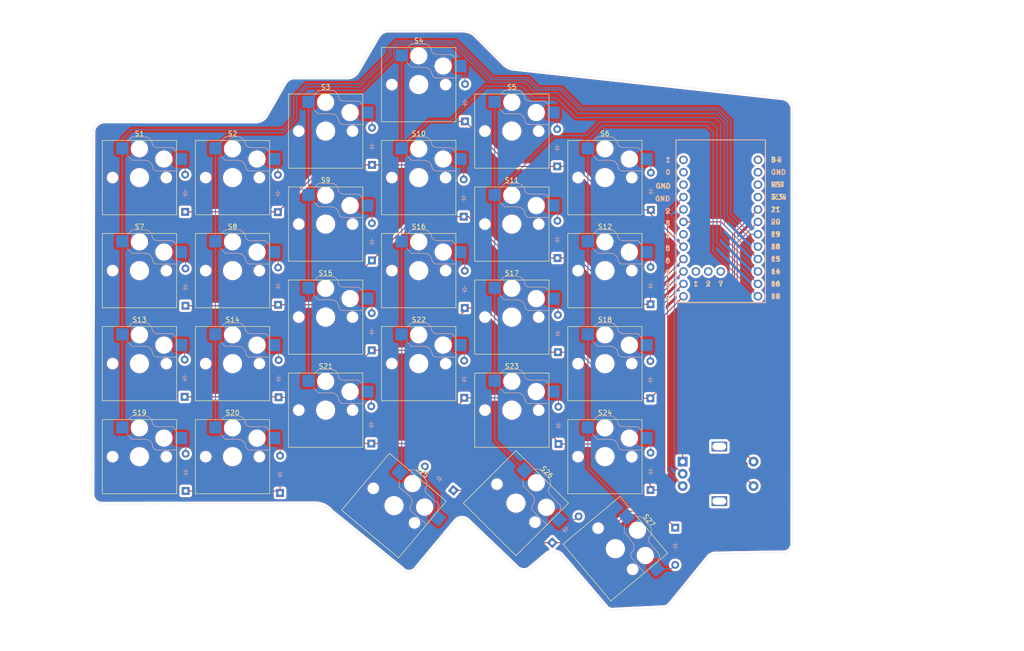
<source format=kicad_pcb>
(kicad_pcb (version 20240108) (generator "pcbnew") (generator_version "8.0")
  (layers (0 "F.Cu" signal) (31 "B.Cu" signal) (34 "B.Paste" user) (35 "F.Paste" user) (36 "B.SilkS" user "B.Silkscreen") (37 "F.SilkS" user "F.Silkscreen") (38 "B.Mask" user) (39 "F.Mask" user) (44 "Edge.Cuts" user))
  (net 0 "")
  (net 1 "Net-(D1-A)")
  (net 2 "Row 0")
  (net 3 "Net-(D2-A)")
  (net 4 "Net-(D3-A)")
  (net 5 "Net-(D4-A)")
  (net 6 "Net-(D5-A)")
  (net 7 "Net-(D6-A)")
  (net 8 "Row 1")
  (net 9 "Net-(D7-A)")
  (net 10 "Net-(D8-A)")
  (net 11 "Net-(D9-A)")
  (net 12 "Net-(D10-A)")
  (net 13 "Net-(D11-A)")
  (net 14 "Net-(D12-A)")
  (net 15 "Net-(D13-A)")
  (net 16 "Row 2")
  (net 17 "Net-(D14-A)")
  (net 18 "Net-(D15-A)")
  (net 19 "Net-(D16-A)")
  (net 20 "Net-(D17-A)")
  (net 21 "Net-(D18-A)")
  (net 22 "Net-(D19-A)")
  (net 23 "Row 3")
  (net 24 "Net-(D20-A)")
  (net 25 "Net-(D21-A)")
  (net 26 "Net-(D22-A)")
  (net 27 "Net-(D23-A)")
  (net 28 "Net-(D24-A)")
  (net 29 "Net-(D25-A)")
  (net 30 "Row 4")
  (net 31 "Net-(D26-A)")
  (net 32 "Net-(D27-A)")
  (net 33 "Column 0")
  (net 34 "Column 1")
  (net 35 "Column 2")
  (net 36 "Column 3")
  (net 37 "Column 4")
  (net 38 "Column 5")
  (net 42 "Row 5")
  (net 44 "Row 8")
  (net 46 "Row 7")
  (net 47 "Row 9")
  (net 52 "Row 6")
  (footprint "ScottoKeebs_Hotswap:Hotswap_Choc_V1" (layer "F.Cu") (at 132.225 96.24)
    (property "Reference" "S17")
    (property "Value" "Keyswitch")
  )
  (footprint "ScottoKeebs_Hotswap:Hotswap_Choc_V1" (layer "F.Cu") (at 94.125 115.29)
    (property "Reference" "S21")
    (property "Value" "Keyswitch")
  )
  (footprint "ScottoKeebs_Hotswap:Hotswap_Choc_V1" (layer "F.Cu") (at 151.275 105.765)
    (property "Reference" "S18")
    (property "Value" "Keyswitch")
  )
  (footprint "ScottoKeebs_Hotswap:Hotswap_Choc_V1" (layer "F.Cu") (at 151.275 124.815)
    (property "Reference" "S24")
    (property "Value" "Keyswitch")
  )
  (footprint "ScottoKeebs_Hotswap:Hotswap_Choc_V1" (layer "F.Cu") (at 75.075 105.765)
    (property "Reference" "S14")
    (property "Value" "Keyswitch")
  )
  (footprint "ScottoKeebs_Hotswap:Hotswap_Choc_V1" (layer "F.Cu") (at 75.075 67.665)
    (property "Reference" "S2")
    (property "Value" "Keyswitch")
  )
  (footprint "ScottoKeebs_Hotswap:Hotswap_Choc_V1" (layer "F.Cu") (at 133.066848 134.338092 -45)
    (property "Reference" "S26")
    (property "Value" "Keyswitch")
  )
  (footprint "ScottoKeebs_Hotswap:Hotswap_Choc_V1" (layer "F.Cu") (at 132.225 77.19)
    (property "Reference" "S11")
    (property "Value" "Keyswitch")
  )
  (footprint "ScottoKeebs_Hotswap:Hotswap_Choc_V1" (layer "F.Cu") (at 151.275 86.715)
    (property "Reference" "S12")
    (property "Value" "Keyswitch")
  )
  (footprint "ScottoKeebs_Hotswap:Hotswap_Choc_V1" (layer "F.Cu") (at 94.125 96.24)
    (property "Reference" "S15")
    (property "Value" "Keyswitch")
  )
  (footprint "ScottoKeebs_Hotswap:Hotswap_Choc_V1" (layer "F.Cu") (at 151.275 67.665)
    (property "Reference" "S6")
    (property "Value" "Keyswitch")
  )
  (footprint "ScottoKeebs_Hotswap:Hotswap_Choc_V1" (layer "F.Cu") (at 56.025 86.715)
    (property "Reference" "S7")
    (property "Value" "Keyswitch")
  )
  (footprint "ScottoKeebs_Hotswap:Hotswap_Choc_V1" (layer "F.Cu") (at 113.175 105.765)
    (property "Reference" "S22")
    (property "Value" "Keyswitch")
  )
  (footprint "ScottoKeebs_Scotto:Encoder_EC11_MX" (layer "F.Cu") (at 174.688049 128.32973)
    (property "Reference" "SW1" (hide yes))
    (property "Value" "RotaryEncoder_Switch" (hide yes))
  )
  (footprint "ScottoKeebs_Hotswap:Hotswap_Choc_V1" (layer "F.Cu") (at 75.075 124.815)
    (property "Reference" "S20")
    (property "Value" "Keyswitch")
  )
  (footprint "ScottoKeebs_Hotswap:Hotswap_Choc_V1" (layer "F.Cu") (at 153.414235 143.667714 -50)
    (property "Reference" "S27")
    (property "Value" "Keyswitch")
  )
  (footprint "ScottoKeebs_Hotswap:Hotswap_Choc_V1" (layer "F.Cu") (at 75.075 86.715)
    (property "Reference" "S8")
    (property "Value" "Keyswitch")
  )
  (footprint "ScottoKeebs_Hotswap:Hotswap_Choc_V1" (layer "F.Cu") (at 94.125 77.19)
    (property "Reference" "S9")
    (property "Value" "Keyswitch")
  )
  (footprint "ScottoKeebs_Hotswap:Hotswap_Choc_V1" (layer "F.Cu") (at 113.175 48.615)
    (property "Reference" "S4")
    (property "Value" "Keyswitch")
  )
  (footprint "ScottoKeebs_Hotswap:Hotswap_Choc_V1" (layer "F.Cu") (at 113.175 86.715)
    (property "Reference" "S16")
    (property "Value" "Keyswitch")
  )
  (footprint "ScottoKeebs_Hotswap:Hotswap_Choc_V1" (layer "F.Cu") (at 56.025 67.665)
    (property "Reference" "S1")
    (property "Value" "Keyswitch")
  )
  (footprint "ScottoKeebs_Hotswap:Hotswap_Choc_V1" (layer "F.Cu") (at 113.175 67.665)
    (property "Reference" "S10")
    (property "Value" "Keyswitch")
  )
  (footprint "ScottoKeebs_Hotswap:Hotswap_Choc_V1" (layer "F.Cu") (at 94.125 58.14)
    (property "Reference" "S3")
    (property "Value" "Keyswitch")
  )
  (footprint "ScottoKeebs_Hotswap:Hotswap_Choc_V1" (layer "F.Cu") (at 132.225 58.14)
    (property "Reference" "S5")
    (property "Value" "Keyswitch")
  )
  (footprint "ScottoKeebs_Hotswap:Hotswap_Choc_V1" (layer "F.Cu") (at 108.105862 134.840992 -40)
    (property "Reference" "S25")
    (property "Value" "Keyswitch")
  )
  (footprint "ScottoKeebs_MCU:Nice_Nano_V2" (layer "F.Cu") (at 174.970277 77.719099)
    (property "Reference" "U1" (hide yes))
    (property "Value" "Nice_Nano_V2" (hide yes))
  )
  (footprint "ScottoKeebs_Hotswap:Hotswap_Choc_V1" (layer "F.Cu") (at 56.025 105.765)
    (property "Reference" "S13")
    (property "Value" "Keyswitch")
  )
  (footprint "ScottoKeebs_Hotswap:Hotswap_Choc_V1" (layer "F.Cu") (at 132.225 115.29)
    (property "Reference" "S23")
    (property "Value" "Keyswitch")
  )
  (footprint "ScottoKeebs_Hotswap:Hotswap_Choc_V1" (layer "F.Cu") (at 56.025 124.815)
    (property "Reference" "S19")
    (property "Value" "Keyswitch")
  )
  (footprint "ScottoKeebs_Components:Diode_DO-35" (layer "B.Cu") (at 84.39897 93.698403 90)
    (property "Reference" "D8" (hide yes))
    (property "Value" "Diode" (hide yes))
  )
  (footprint "ScottoKeebs_Components:Diode_DO-35" (layer "B.Cu") (at 141.506785 65.370328 90)
    (property "Reference" "D5" (hide yes))
    (property "Value" "Diode" (hide yes))
  )
  (footprint "ScottoKeebs_Components:Diode_DO-35" (layer "B.Cu") (at 65.432394 93.901798 90)
    (property "Reference" "D7" (hide yes))
    (property "Value" "Diode" (hide yes))
  )
  (footprint "ScottoKeebs_Components:Diode_DO-35" (layer "B.Cu") (at 103.595513 84.636563 90)
    (property "Reference" "D9" (hide yes))
    (property "Value" "Diode" (hide yes))
  )
  (footprint "ScottoKeebs_Components:Diode_DO-35" (layer "B.Cu") (at 122.484668 112.766677 90)
    (property "Reference" "D22" (hide yes))
    (property "Value" "Diode" (hide yes))
  )
  (footprint "ScottoKeebs_Components:Diode_DO-35" (layer "B.Cu") (at 122.600486 94.373019 90)
    (property "Reference" "D16" (hide yes))
    (property "Value" "Diode" (hide yes))
  )
  (footprint "ScottoKeebs_Components:Diode_DO-35" (layer "B.Cu") (at 160.621215 93.596706 90)
    (property "Reference" "D12" (hide yes))
    (property "Value" "Diode" (hide yes))
  )
  (footprint "ScottoKeebs_Components:Diode_DO-35" (layer "B.Cu") (at 103.561975 103.050715 90)
    (property "Reference" "D15" (hide yes))
    (property "Value" "Diode" (hide yes))
  )
  (footprint "ScottoKeebs_Components:Diode_DO-35" (layer "B.Cu") (at 103.467243 122.122843 90)
    (property "Reference" "D21" (hide yes))
    (property "Value" "Diode" (hide yes))
  )
  (footprint "ScottoKeebs_Components:Diode_DO-35" (layer "B.Cu") (at 122.657484 56.136267 90)
    (property "Reference" "D4" (hide yes))
    (property "Value" "Diode" (hide yes))
  )
  (footprint "ScottoKeebs_Components:Diode_DO-35" (layer "B.Cu") (at 65.381545 74.680978 90)
    (property "Reference" "D1" (hide yes))
    (property "Value" "Diode" (hide yes))
  )
  (footprint "ScottoKeebs_Components:Diode_DO-35" (layer "B.Cu") (at 160.621215 131.631556 90)
    (property "Reference" "D24" (hide yes))
    (property "Value" "Diode" (hide yes))
  )
  (footprint "ScottoKeebs_Components:Diode_DO-35" (layer "B.Cu") (at 160.677508 74.276814 90)
    (property "Reference" "D6" (hide yes))
    (property "Value" "Diode" (hide yes))
  )
  (footprint "ScottoKeebs_Components:Diode_DO-35" (layer "B.Cu") (at 141.654639 103.410511 90)
    (property "Reference" "D17" (hide yes))
    (property "Value" "Diode" (hide yes))
  )
  (footprint "ScottoKeebs_Components:Diode_DO-35" (layer "B.Cu") (at 122.388485 75.656104 90)
    (property "Reference" "D10" (hide yes))
    (property "Value" "Diode" (hide yes))
  )
  (footprint "ScottoKeebs_Components:Diode_DO-35" (layer "B.Cu") (at 65.279847 112.563282 90)
    (property "Reference" "D13" (hide yes))
    (property "Value" "Diode" (hide yes))
  )
  (footprint "ScottoKeebs_Components:Diode_DO-35" (layer "B.Cu") (at 160.570367 112.868374 90)
    (property "Reference" "D18" (hide yes))
    (property "Value" "Diode" (hide yes))
  )
  (footprint "ScottoKeebs_Components:Diode_DO-35" (layer "B.Cu") (at 84.348121 74.731827 90)
    (property "Reference" "D2" (hide yes))
    (property "Value" "Diode" (hide yes))
  )
  (footprint "ScottoKeebs_Components:Diode_DO-35" (layer "B.Cu") (at 141.756337 122.224541 90)
    (property "Reference" "D23" (hide yes))
    (property "Value" "Diode" (hide yes))
  )
  (footprint "ScottoKeebs_Components:Diode_DO-35" (layer "B.Cu") (at 103.619789 65.070569 90)
    (property "Reference" "D3" (hide yes))
    (property "Value" "Diode" (hide yes))
  )
  (footprint "ScottoKeebs_Components:Diode_DO-35" (layer "B.Cu") (at 120.274073 131.712749 140)
    (property "Reference" "D25" (hide yes))
    (property "Value" "Diode" (hide yes))
  )
  (footprint "ScottoKeebs_Components:Diode_DO-35" (layer "B.Cu") (at 84.802541 132.245426 90)
    (property "Reference" "D20" (hide yes))
    (property "Value" "Diode" (hide yes))
  )
  (footprint "ScottoKeebs_Components:Diode_DO-35" (layer "B.Cu") (at 165.667551 139.352551 -90)
    (property "Reference" "D27" (hide yes))
    (property "Value" "Diode" (hide yes))
  )
  (footprint "ScottoKeebs_Components:Diode_DO-35" (layer "B.Cu") (at 65.483242 131.834951 90)
    (property "Reference" "D19" (hide yes))
    (property "Value" "Diode" (hide yes))
  )
  (footprint "ScottoKeebs_Components:Diode_DO-35" (layer "B.Cu") (at 84.500667 112.664979 90)
    (property "Reference" "D14" (hide yes))
    (property "Value" "Diode" (hide yes))
  )
  (footprint "ScottoKeebs_Components:Diode_DO-35" (layer "B.Cu") (at 141.552942 84.138842 90)
    (property "Reference" "D11" (hide yes))
    (property "Value" "Diode" (hide yes))
  )
  (footprint "ScottoKeebs_Components:Diode_DO-35" (layer "B.Cu") (at 140.508449 142.439056 45)
    (property "Reference" "D26" (hide yes))
    (property "Value" "Diode" (hide yes))
  )
  (gr_line (start 88.086177 47.066219) (end 98.227341 47.085248) (stroke (width 0.05)) (layer "Edge.Cuts"))
  (gr_arc (start 91.966791 134.450497) (mid 93.794952 134.878495) (end 95.271178 136.038716) (stroke (width 0.05)) (layer "Edge.Cuts"))
  (gr_line (start 135.950751 147.688509) (end 139.42527 144.754103) (stroke (width 0.05)) (layer "Edge.Cuts"))
  (gr_arc (start 122.000412 37.4716) (mid 123.367837 37.654739) (end 124.604062 38.267224) (stroke (width 0.05)) (layer "Edge.Cuts"))
  (gr_arc (start 48.317042 134.542186) (mid 46.901655 133.95351) (end 46.313195 132.538033) (stroke (width 0.05)) (layer "Edge.Cuts"))
  (gr_line (start 189.721047 54.010261) (end 189.686736 142.584197) (stroke (width 0.05)) (layer "Edge.Cuts"))
  (gr_line (start 163.303209 155.726955) (end 153.245723 156.203464) (stroke (width 0.05)) (layer "Edge.Cuts"))
  (gr_line (start 132.339171 45.267497) (end 187.363985 51.293386) (stroke (width 0.05)) (layer "Edge.Cuts"))
  (gr_line (start 164.542943 155.164403) (end 172.394599 145.504801) (stroke (width 0.05)) (layer "Edge.Cuts"))
  (gr_line (start 142.512624 145.129039) (end 151.47407 155.577648) (stroke (width 0.05)) (layer "Edge.Cuts"))
  (gr_arc (start 112.784007 147.571026) (mid 111.311017 148.463342) (end 109.730123 147.780185) (stroke (width 0.05)) (layer "Edge.Cuts"))
  (gr_line (start 107.200067 37.493713) (end 122.000412 37.4716) (stroke (width 0.05)) (layer "Edge.Cuts"))
  (gr_arc (start 139.42527 144.754103) (mid 141.046563 144.302455) (end 142.512624 145.129039) (stroke (width 0.05)) (layer "Edge.Cuts"))
  (gr_arc (start 46.517767 58.071693) (mid 47.477604 56.535068) (end 49.225427 56.057975) (stroke (width 0.05)) (layer "Edge.Cuts"))
  (gr_line (start 124.604062 38.267224) (end 130.854135 44.535632) (stroke (width 0.05)) (layer "Edge.Cuts"))
  (gr_arc (start 164.542943 155.164403) (mid 163.983908 155.579739) (end 163.303209 155.726955) (stroke (width 0.05)) (layer "Edge.Cuts"))
  (gr_arc (start 172.394599 145.504801) (mid 173.024152 144.954121) (end 173.828011 144.723045) (stroke (width 0.05)) (layer "Edge.Cuts"))
  (gr_line (start 46.517767 58.071693) (end 46.313195 132.538033) (stroke (width 0.05)) (layer "Edge.Cuts"))
  (gr_arc (start 100.527815 46.02456) (mid 99.523939 46.872339) (end 98.227341 47.085248) (stroke (width 0.05)) (layer "Edge.Cuts"))
  (gr_arc (start 104.899593 38.554401) (mid 105.903469 37.706622) (end 107.200067 37.493713) (stroke (width 0.05)) (layer "Edge.Cuts"))
  (gr_line (start 123.270099 137.963079) (end 133.099226 147.373634) (stroke (width 0.05)) (layer "Edge.Cuts"))
  (gr_arc (start 132.339171 45.267497) (mid 131.553115 44.989909) (end 130.854135 44.535632) (stroke (width 0.05)) (layer "Edge.Cuts"))
  (gr_line (start 188.340378 144.467164) (end 173.828011 144.723045) (stroke (width 0.05)) (layer "Edge.Cuts"))
  (gr_arc (start 153.245723 156.203464) (mid 152.263075 156.164652) (end 151.47407 155.577648) (stroke (width 0.05)) (layer "Edge.Cuts"))
  (gr_arc (start 85.785703 48.126907) (mid 86.789579 47.279128) (end 88.086177 47.066219) (stroke (width 0.05)) (layer "Edge.Cuts"))
  (gr_line (start 49.225427 56.057975) (end 79.540666 56.070591) (stroke (width 0.05)) (layer "Edge.Cuts"))
  (gr_line (start 91.966791 134.450497) (end 48.317042 134.542186) (stroke (width 0.05)) (layer "Edge.Cuts"))
  (gr_arc (start 120.76128 137.995951) (mid 122.00833 137.417862) (end 123.270099 137.963079) (stroke (width 0.05)) (layer "Edge.Cuts"))
  (gr_line (start 81.84114 55.009903) (end 85.785703 48.126907) (stroke (width 0.05)) (layer "Edge.Cuts"))
  (gr_arc (start 81.84114 55.009903) (mid 80.837264 55.857682) (end 79.540666 56.070591) (stroke (width 0.05)) (layer "Edge.Cuts"))
  (gr_line (start 120.76128 137.995951) (end 112.784007 147.571026) (stroke (width 0.05)) (layer "Edge.Cuts"))
  (gr_line (start 100.527815 46.02456) (end 104.899593 38.554401) (stroke (width 0.05)) (layer "Edge.Cuts"))
  (gr_line (start 109.730123 147.780185) (end 95.271178 136.038716) (stroke (width 0.05)) (layer "Edge.Cuts"))
  (gr_arc (start 187.363985 51.293386) (mid 189.13384 52.138812) (end 189.721047 54.010261) (stroke (width 0.05)) (layer "Edge.Cuts"))
  (gr_arc (start 189.686736 142.584197) (mid 189.315521 143.741591) (end 188.340378 144.467164) (stroke (width 0.05)) (layer "Edge.Cuts"))
  (gr_arc (start 135.950751 147.688509) (mid 134.460806 148.11231) (end 133.099226 147.373634) (stroke (width 0.05)) (layer "Edge.Cuts"))
  (segment (start 65.381545 64.721545) (end 64.525 63.865) (width 0.2) (layer "B.Cu") (net 1))
  (segment (start 65.381545 67.060978) (end 65.381545 64.721545) (width 0.2) (layer "B.Cu") (net 1))
  (segment (start 154.225292 74.276814) (end 160.677508 74.276814) (width 0.2) (layer "F.Cu") (net 2))
  (segment (start 103.619789 65.070569) (end 112.521081 65.070569) (width 0.2) (layer "F.Cu") (net 2))
  (segment (start 112.521081 65.070569) (end 121.455383 56.136267) (width 0.2) (layer "F.Cu") (net 2))
  (segment (start 145.318806 65.370328) (end 154.225292 74.276814) (width 0.2) (layer "F.Cu") (net 2))
  (segment (start 141.506785 65.370328) (end 145.318806 65.370328) (width 0.2) (layer "F.Cu") (net 2))
  (segment (start 94.009379 65.070569) (end 103.619789 65.070569) (width 0.2) (layer "F.Cu") (net 2))
  (segment (start 65.381545 74.680978) (end 84.297272 74.680978) (width 0.2) (layer "F.Cu") (net 2))
  (segment (start 84.297272 74.680978) (end 84.348121 74.731827) (width 0.2) (layer "F.Cu") (net 2))
  (segment (start 122.657484 56.136267) (end 131.891545 65.370328) (width 0.2) (layer "F.Cu") (net 2))
  (segment (start 121.455383 56.136267) (end 122.657484 56.136267) (width 0.2) (layer "F.Cu") (net 2))
  (segment (start 160.677508 75.13633) (end 167.350277 81.809099) (width 0.2) (layer "F.Cu") (net 2))
  (segment (start 131.891545 65.370328) (end 141.506785 65.370328) (width 0.2) (layer "F.Cu") (net 2))
  (segment (start 84.348121 74.731827) (end 94.009379 65.070569) (width 0.2) (layer "F.Cu") (net 2))
  (segment (start 160.677508 74.276814) (end 160.677508 75.13633) (width 0.2) (layer "F.Cu") (net 2))
  (segment (start 84.348121 67.111827) (end 84.348121 64.638121) (width 0.2) (layer "B.Cu") (net 3))
  (segment (start 84.348121 64.638121) (end 83.575 63.865) (width 0.2) (layer "B.Cu") (net 3))
  (segment (start 103.619789 55.334789) (end 102.625 54.34) (width 0.2) (layer "B.Cu") (net 4))
  (segment (start 103.619789 57.450569) (end 103.619789 55.334789) (width 0.2) (layer "B.Cu") (net 4))
  (segment (start 122.657484 48.516267) (end 122.657484 45.797484) (width 0.2) (layer "B.Cu") (net 5))
  (segment (start 122.657484 45.797484) (end 121.675 44.815) (width 0.2) (layer "B.Cu") (net 5))
  (segment (start 141.506785 55.121785) (end 140.725 54.34) (width 0.2) (layer "B.Cu") (net 6))
  (segment (start 141.506785 57.750328) (end 141.506785 55.121785) (width 0.2) (layer "B.Cu") (net 6))
  (segment (start 160.677508 64.767508) (end 159.775 63.865) (width 0.2) (layer "B.Cu") (net 7))
  (segment (start 160.677508 66.656814) (end 160.677508 64.767508) (width 0.2) (layer "B.Cu") (net 7))
  (segment (start 155.222213 93.596706) (end 160.621215 93.596706) (width 0.2) (layer "F.Cu") (net 8))
  (segment (start 84.195575 93.901798) (end 84.39897 93.698403) (width 0.2) (layer "F.Cu") (net 8))
  (segment (start 65.432394 93.901798) (end 84.195575 93.901798) (width 0.2) (layer "F.Cu") (net 8))
  (segment (start 145.764349 84.138842) (end 155.222213 93.596706) (width 0.2) (layer "F.Cu") (net 8))
  (segment (start 160.621215 93.596706) (end 160.621215 91.078161) (width 0.2) (layer "F.Cu") (net 8))
  (segment (start 122.388485 75.656104) (end 123.352626 75.656104) (width 0.2) (layer "F.Cu") (net 8))
  (segment (start 94.533673 93.698403) (end 103.595513 84.636563) (width 0.2) (layer "F.Cu") (net 8))
  (segment (start 123.352626 75.656104) (end 131.835364 84.138842) (width 0.2) (layer "F.Cu") (net 8))
  (segment (start 141.552942 84.138842) (end 145.764349 84.138842) (width 0.2) (layer "F.Cu") (net 8))
  (segment (start 84.39897 93.698403) (end 94.533673 93.698403) (width 0.2) (layer "F.Cu") (net 8))
  (segment (start 160.621215 91.078161) (end 167.350277 84.349099) (width 0.2) (layer "F.Cu") (net 8))
  (segment (start 103.595513 84.636563) (end 112.575972 75.656104) (width 0.2) (layer "F.Cu") (net 8))
  (segment (start 112.575972 75.656104) (end 122.388485 75.656104) (width 0.2) (layer "F.Cu") (net 8))
  (segment (start 131.835364 84.138842) (end 141.552942 84.138842) (width 0.2) (layer "F.Cu") (net 8))
  (segment (start 65.432394 83.822394) (end 64.525 82.915) (width 0.2) (layer "B.Cu") (net 9))
  (segment (start 65.432394 86.281798) (end 65.432394 83.822394) (width 0.2) (layer "B.Cu") (net 9))
  (segment (start 84.411864 85.62294) (end 84.615587 85.62294) (width 0.2) (layer "F.Cu") (net 10))
  (segment (start 84.39897 83.73897) (end 83.575 82.915) (width 0.2) (layer "B.Cu") (net 10))
  (segment (start 84.39897 86.078403) (end 84.39897 83.73897) (width 0.2) (layer "B.Cu") (net 10))
  (segment (start 103.595513 74.360513) (end 102.625 73.39) (width 0.2) (layer "B.Cu") (net 11))
  (segment (start 103.595513 77.016563) (end 103.595513 74.360513) (width 0.2) (layer "B.Cu") (net 11))
  (segment (start 122.388485 64.578485) (end 121.675 63.865) (width 0.2) (layer "B.Cu") (net 12))
  (segment (start 122.388485 68.036104) (end 122.388485 64.578485) (width 0.2) (layer "B.Cu") (net 12))
  (segment (start 141.552942 74.217942) (end 140.725 73.39) (width 0.2) (layer "B.Cu") (net 13))
  (segment (start 141.552942 76.518842) (end 141.552942 74.217942) (width 0.2) (layer "B.Cu") (net 13))
  (segment (start 160.621215 85.976706) (end 160.621215 83.761215) (width 0.2) (layer "B.Cu") (net 14))
  (segment (start 160.621215 83.761215) (end 159.775 82.915) (width 0.2) (layer "B.Cu") (net 14))
  (segment (start 65.279847 104.943282) (end 65.279847 102.719847) (width 0.2) (layer "B.Cu") (net 15))
  (segment (start 65.279847 102.719847) (end 64.525 101.965) (width 0.2) (layer "B.Cu") (net 15))
  (segment (start 103.561975 103.050715) (end 114.437635 103.050715) (width 0.2) (layer "F.Cu") (net 16))
  (segment (start 145.986018 103.410511) (end 155.443881 112.868374) (width 0.2) (layer "F.Cu") (net 16))
  (segment (start 155.443881 112.868374) (end 160.570367 112.868374) (width 0.2) (layer "F.Cu") (net 16))
  (segment (start 122.600486 94.887864) (end 122.600486 94.373019) (width 0.2) (layer "F.Cu") (net 16))
  (segment (start 114.437635 103.050715) (end 122.600486 94.887864) (width 0.2) (layer "F.Cu") (net 16))
  (segment (start 122.600486 94.373019) (end 126.696497 94.373019) (width 0.2) (layer "F.Cu") (net 16))
  (segment (start 126.696497 94.373019) (end 135.733989 103.410511) (width 0.2) (layer "F.Cu") (net 16))
  (segment (start 84.500667 112.664979) (end 93.947711 112.664979) (width 0.2) (layer "F.Cu") (net 16))
  (segment (start 160.570367 112.868374) (end 162.665832 110.772909) (width 0.2) (layer "F.Cu") (net 16))
  (segment (start 65.279847 112.563282) (end 84.39897 112.563282) (width 0.2) (layer "F.Cu") (net 16))
  (segment (start 162.665832 110.772909) (end 162.665832 91.573544) (width 0.2) (layer "F.Cu") (net 16))
  (segment (start 135.733989 103.410511) (end 141.654639 103.410511) (width 0.2) (layer "F.Cu") (net 16))
  (segment (start 84.39897 112.563282) (end 84.500667 112.664979) (width 0.2) (layer "F.Cu") (net 16))
  (segment (start 93.947711 112.664979) (end 103.561975 103.050715) (width 0.2) (layer "F.Cu") (net 16))
  (segment (start 162.665832 91.573544) (end 167.350277 86.889099) (width 0.2) (layer "F.Cu") (net 16))
  (segment (start 141.654639 103.410511) (end 145.986018 103.410511) (width 0.2) (layer "F.Cu") (net 16))
  (segment (start 84.500667 105.044979) (end 84.500667 102.890667) (width 0.2) (layer "B.Cu") (net 17))
  (segment (start 84.500667 102.890667) (end 83.575 101.965) (width 0.2) (layer "B.Cu") (net 17))
  (segment (start 103.561975 95.430715) (end 103.561975 93.376975) (width 0.2) (layer "B.Cu") (net 18))
  (segment (start 103.561975 93.376975) (end 102.625 92.44) (width 0.2) (layer "B.Cu") (net 18))
  (segment (start 122.600486 86.753019) (end 122.600486 83.840486) (width 0.2) (layer "B.Cu") (net 19))
  (segment (start 122.600486 83.840486) (end 121.675 82.915) (width 0.2) (layer "B.Cu") (net 19))
  (segment (start 141.654639 93.369639) (end 140.725 92.44) (width 0.2) (layer "B.Cu") (net 20))
  (segment (start 141.654639 95.790511) (end 141.654639 93.369639) (width 0.2) (layer "B.Cu") (net 20))
  (segment (start 160.570367 102.760367) (end 159.775 101.965) (width 0.2) (layer "B.Cu") (net 21))
  (segment (start 160.570367 105.248374) (end 160.570367 102.760367) (width 0.2) (layer "B.Cu") (net 21))
  (segment (start 65.483242 124.214951) (end 65.483242 121.973242) (width 0.2) (layer "B.Cu") (net 22))
  (segment (start 65.483242 121.973242) (end 64.525 121.015) (width 0.2) (layer "B.Cu") (net 22))
  (segment (start 162.416804 131.631556) (end 163.116123 130.932237) (width 0.2) (layer "F.Cu") (net 23))
  (segment (start 84.802541 132.245426) (end 84.802541 127.148924) (width 0.2) (layer "F.Cu") (net 23))
  (segment (start 152.2142 122.224541) (end 160.621215 130.631556) (width 0.2) (layer "F.Cu") (net 23))
  (segment (start 84.392066 131.834951) (end 84.802541 132.245426) (width 0.2) (layer "F.Cu") (net 23))
  (segment (start 141.756337 121.886844) (end 141.756337 122.224541) (width 0.2) (layer "F.Cu") (net 23))
  (segment (start 84.802541 127.148924) (end 89.828622 122.122843) (width 0.2) (layer "F.Cu") (net 23))
  (segment (start 132.63617 112.766677) (end 141.756337 121.886844) (width 0.2) (layer "F.Cu") (net 23))
  (segment (start 163.116123 93.663253) (end 167.350277 89.429099) (width 0.2) (layer "F.Cu") (net 23))
  (segment (start 103.467243 122.122843) (end 113.417336 122.122843) (width 0.2) (layer "F.Cu") (net 23))
  (segment (start 89.828622 122.122843) (end 103.467243 122.122843) (width 0.2) (layer "F.Cu") (net 23))
  (segment (start 141.756337 122.224541) (end 152.2142 122.224541) (width 0.2) (layer "F.Cu") (net 23))
  (segment (start 160.621215 130.631556) (end 160.621215 131.631556) (width 0.2) (layer "F.Cu") (net 23))
  (segment (start 122.484668 112.766677) (end 132.63617 112.766677) (width 0.2) (layer "F.Cu") (net 23))
  (segment (start 113.417336 122.122843) (end 122.484668 113.055511) (width 0.2) (layer "F.Cu") (net 23))
  (segment (start 65.483242 131.834951) (end 84.392066 131.834951) (width 0.2) (layer "F.Cu") (net 23))
  (segment (start 122.484668 113.055511) (end 122.484668 112.766677) (width 0.2) (layer "F.Cu") (net 23))
  (segment (start 163.116123 130.932237) (end 163.116123 93.663253) (width 0.2) (layer "F.Cu") (net 23))
  (segment (start 160.621215 131.631556) (end 162.416804 131.631556) (width 0.2) (layer "F.Cu") (net 23))
  (segment (start 84.802541 122.242541) (end 83.575 121.015) (width 0.2) (layer "B.Cu") (net 24))
  (segment (start 84.802541 124.625426) (end 84.802541 122.242541) (width 0.2) (layer "B.Cu") (net 24))
  (segment (start 103.467243 114.502843) (end 103.467243 112.332243) (width 0.2) (layer "B.Cu") (net 25))
  (segment (start 103.467243 112.332243) (end 102.625 111.49) (width 0.2) (layer "B.Cu") (net 25))
  (segment (start 122.484668 102.774668) (end 121.675 101.965) (width 0.2) (layer "B.Cu") (net 26))
  (segment (start 122.484668 105.146677) (end 122.484668 102.774668) (width 0.2) (layer "B.Cu") (net 26))
  (segment (start 141.756337 112.521337) (end 140.725 111.49) (width 0.2) (layer "B.Cu") (net 27))
  (segment (start 141.756337 114.604541) (end 141.756337 112.521337) (width 0.2) (layer "B.Cu") (net 27))
  (segment (start 160.621215 121.861215) (end 159.775 121.015) (width 0.2) (layer "B.Cu") (net 28))
  (segment (start 160.621215 124.011556) (end 160.621215 121.861215) (width 0.2) (layer "B.Cu") (net 28))
  (segment (start 117.059833 132.424337) (end 117.059833 137.393718) (width 0.2) (layer "B.Cu") (net 29))
  (segment (start 114.436814 129.801318) (end 117.059833 132.424337) (width 0.2) (layer "B.Cu") (net 29))
  (segment (start 114.436814 126.814707) (end 114.436814 129.801318) (width 0.2) (layer "B.Cu") (net 29))
  (segment (start 120.274073 131.712749) (end 120.456964 131.529858) (width 0.2) (layer "F.Cu") (net 30))
  (segment (start 163.516123 95.803254) (end 164.354937 94.96444) (width 0.2) (layer "F.Cu") (net 30))
  (segment (start 140.508449 142.439056) (end 149.703846 142.439056) (width 0.2) (layer "F.Cu") (net 30))
  (segment (start 125.8095 131.712749) (end 136.535807 142.439056) (width 0.2) (layer "F.Cu") (net 30))
  (segment (start 162.28413 135.96913) (end 165.667551 139.352551) (width 0.2) (layer "F.Cu") (net 30))
  (segment (start 163.516123 134.737137) (end 163.516123 95.803254) (width 0.2) (layer "F.Cu") (net 30))
  (segment (start 164.354937 94.96444) (end 167.350277 91.969099) (width 0.2) (layer "F.Cu") (net 30))
  (segment (start 120.274073 131.712749) (end 125.8095 131.712749) (width 0.2) (layer "F.Cu") (net 30))
  (segment (start 156.173772 135.96913) (end 162.28413 135.96913) (width 0.2) (layer "F.Cu") (net 30))
  (segment (start 162.28413 135.96913) (end 163.516123 134.737137) (width 0.2) (layer "F.Cu") (net 30))
  (segment (start 163.930291 95.389085) (end 164.354937 94.96444) (width 0.2) (layer "F.Cu") (net 30))
  (segment (start 136.535807 142.439056) (end 140.508449 142.439056) (width 0.2) (layer "F.Cu") (net 30))
  (segment (start 149.703846 142.439056) (end 156.173772 135.96913) (width 0.2) (layer "F.Cu") (net 30))
  (segment (start 141.764262 137.661494) (end 145.286011 137.661494) (width 0.2) (layer "B.Cu") (net 31))
  (segment (start 145.286011 137.661494) (end 145.896603 137.050902) (width 0.2) (layer "B.Cu") (net 31))
  (segment (start 164.903604 147.736499) (end 165.667551 146.972552) (width 0.2) (layer "B.Cu") (net 32))
  (segment (start 161.788899 147.736499) (end 164.903604 147.736499) (width 0.2) (layer "B.Cu") (net 32))
  (segment (start 87.5953 51.132668) (end 90.259163 48.468805) (width 0.2) (layer "B.Cu") (net 33))
  (segment (start 100.90895 48.468805) (end 107.099866 42.277889) (width 0.2) (layer "B.Cu") (net 33))
  (segment (start 174.469943 53.407447) (end 176.986209 55.923713) (width 0.2) (layer "B.Cu") (net 33))
  (segment (start 142.43172 49.321079) (end 146.518088 53.407447) (width 0.2) (layer "B.Cu") (net 33))
  (segment (start 146.518088 53.407447) (end 174.469943 53.407447) (width 0.2) (layer "B.Cu") (net 33))
  (segment (start 54.377083 57.827906) (end 84.958934 57.827906) (width 0.2) (layer "B.Cu") (net 33))
  (segment (start 52.525 61.665) (end 52.525 59.679989) (width 0.2) (layer "B.Cu") (net 33))
  (segment (start 135.577168 47.211986) (end 137.686261 49.321079) (width 0.2) (layer "B.Cu") (net 33))
  (segment (start 128.322616 47.211986) (end 135.577168 47.211986) (width 0.2) (layer "B.Cu") (net 33))
  (segment (start 181.141113 79.269099) (end 182.590277 79.269099) (width 0.2) (layer "B.Cu") (net 33))
  (segment (start 108.655087 39.693797) (end 120.804427 39.693797) (width 0.2) (layer "B.Cu") (net 33))
  (segment (start 107.099866 41.249018) (end 108.655087 39.693797) (width 0.2) (layer "B.Cu") (net 33))
  (segment (start 52.525 59.679989) (end 54.377083 57.827906) (width 0.2) (layer "B.Cu") (net 33))
  (segment (start 120.804427 39.693797) (end 128.322616 47.211986) (width 0.2) (layer "B.Cu") (net 33))
  (segment (start 85.090752 57.959724) (end 87.529391 55.521085) (width 0.2) (layer "B.Cu") (net 33))
  (segment (start 137.686261 49.321079) (end 142.43172 49.321079) (width 0.2) (layer "B.Cu") (net 33))
  (segment (start 87.5953 55.521085) (end 87.5953 51.132668) (width 0.2) (layer "B.Cu") (net 33))
  (segment (start 84.958934 57.827906) (end 85.090752 57.959724) (width 0.2) (layer "B.Cu") (net 33))
  (segment (start 87.529391 55.521085) (end 87.5953 55.521085) (width 0.2) (layer "B.Cu") (net 33))
  (segment (start 52.525 61.665) (end 52.525 118.815) (width 0.2) (layer "B.Cu") (net 33))
  (segment (start 107.099866 42.277889) (end 107.099866 41.249018) (width 0.2) (layer "B.Cu") (net 33))
  (segment (start 176.986209 55.923713) (end 176.986209 75.114195) (width 0.2) (layer "B.Cu") (net 33))
  (segment (start 90.259163 48.468805) (end 100.90895 48.468805) (width 0.2) (layer "B.Cu") (net 33))
  (segment (start 176.986209 75.114195) (end 181.141113 79.269099) (width 0.2) (layer "B.Cu") (net 33))
  (segment (start 128.063524 47.611986) (end 135.313531 47.611986) (width 0.2) (layer "B.Cu") (net 34))
  (segment (start 71.575 61.665) (end 71.575 118.815) (width 0.2) (layer "B.Cu") (net 34))
  (segment (start 85.354389 58.486997) (end 88.188482 55.652904) (width 0.2) (layer "B.Cu") (net 34))
  (segment (start 108.820773 40.093797) (end 120.545335 40.093797) (width 0.2) (layer "B.Cu") (net 34))
  (segment (start 142.102174 49.721079) (end 146.188542 53.807447) (width 0.2) (layer "B.Cu") (net 34))
  (segment (start 107.499866 42.734708) (end 107.499866 41.414704) (width 0.2) (layer "B.Cu") (net 34))
  (segment (start 101.106677 49.061987) (end 107.433956 42.734708) (width 0.2) (layer "B.Cu") (net 34))
  (segment (start 176.309028 56.03815) (end 176.309028 75.52785) (width 0.2) (layer "B.Cu") (net 34))
  (segment (start 174.078325 53.807447) (end 176.309028 56.03815) (width 0.2) (layer "B.Cu") (net 34))
  (segment (start 135.313531 47.611986) (end 137.422624 49.721079) (width 0.2) (layer "B.Cu") (net 34))
  (segment (start 90.231667 49.061987) (end 101.106677 49.061987) (width 0.2) (layer "B.Cu") (net 34))
  (segment (start 146.188542 53.807447) (end 174.078325 53.807447) (width 0.2) (layer "B.Cu") (net 34))
  (segment (start 88.188482 55.652904) (end 88.188482 51.105172) (width 0.2) (layer "B.Cu") (net 34))
  (segment (start 176.309028 75.52785) (end 182.590277 81.809099) (width 0.2) (layer "B.Cu") (net 34))
  (segment (start 107.499866 41.414704) (end 108.820773 40.093797) (width 0.2) (layer "B.Cu") (net 34))
  (segment (start 88.188482 51.105172) (end 90.231667 49.061987) (width 0.2) (layer "B.Cu") (net 34))
  (segment (start 137.422624 49.721079) (end 142.102174 49.721079) (width 0.2) (layer "B.Cu") (net 34))
  (segment (start 120.545335 40.093797) (end 128.063524 47.611986) (width 0.2) (layer "B.Cu") (net 34))
  (segment (start 74.753003 58.486997) (end 85.354389 58.486997) (width 0.2) (layer "B.Cu") (net 34))
  (segment (start 71.575 61.665) (end 74.753003 58.486997) (width 0.2) (layer "B.Cu") (net 34))
  (segment (start 107.433956 42.734708) (end 107.499866 42.734708) (width 0.2) (layer "B.Cu") (net 34))
  (segment (start 120.163541 40.493797) (end 127.809003 48.139259) (width 0.2) (layer "B.Cu") (net 35))
  (segment (start 127.809003 48.139259) (end 134.918076 48.139259) (width 0.2) (layer "B.Cu") (net 35))
  (segment (start 134.918076 48.139259) (end 137.093078 50.314261) (width 0.2) (layer "B.Cu") (net 35))
  (segment (start 175.715846 77.474668) (end 182.590277 84.349099) (width 0.2) (layer "B.Cu") (net 35))
  (segment (start 92.978012 49.786988) (end 101.63395 49.786988) (width 0.2) (layer "B.Cu") (net 35))
  (segment (start 108.1 43.320938) (end 108.1 41.380256) (width 0.2) (layer "B.Cu") (net 35))
  (segment (start 90.625 52.14) (end 92.978012 49.786988) (width 0.2) (layer "B.Cu") (net 35))
  (segment (start 141.574901 50.314261) (end 145.727178 54.466538) (width 0.2) (layer "B.Cu") (net 35))
  (segment (start 173.963381 54.532448) (end 175.715846 56.284913) (width 0.2) (layer "B.Cu") (net 35))
  (segment (start 101.63395 49.786988) (end 108.1 43.320938) (width 0.2) (layer "B.Cu") (net 35))
  (segment (start 146.518089 54.532448) (end 173.963381 54.532448) (width 0.2) (layer "B.Cu") (net 35))
  (segment (start 146.452179 54.466538) (end 146.518089 54.532448) (width 0.2) (layer "B.Cu") (net 35))
  (segment (start 175.715846 56.284913) (end 175.715846 77.474668) (width 0.2) (layer "B.Cu") (net 35))
  (segment (start 90.625 52.14) (end 90.625 109.29) (width 0.2) (layer "B.Cu") (net 35))
  (segment (start 108.986459 40.493797) (end 120.163541 40.493797) (width 0.2) (layer "B.Cu") (net 35))
  (segment (start 137.093078 50.314261) (end 141.574901 50.314261) (width 0.2) (layer "B.Cu") (net 35))
  (segment (start 108.1 41.380256) (end 108.986459 40.493797) (width 0.2) (layer "B.Cu") (net 35))
  (segment (start 145.727178 54.466538) (end 146.452179 54.466538) (width 0.2) (layer "B.Cu") (net 35))
  (segment (start 119.758969 55.982449) (end 126.811249 48.930169) (width 0.2) (layer "B.Cu") (net 36))
  (segment (start 109.675 127.601401) (end 109.281432 127.994969) (width 0.2) (layer "B.Cu") (net 36))
  (segment (start 174.990845 79.289667) (end 182.590277 86.889099) (width 0.2) (layer "B.Cu") (net 36))
  (segment (start 141.245356 51.302899) (end 145.331724 55.389267) (width 0.2) (layer "B.Cu") (net 36))
  (segment (start 136.631714 51.302899) (end 141.245356 51.302899) (width 0.2) (layer "B.Cu") (net 36))
  (segment (start 115.357551 55.982449) (end 119.758969 55.982449) (width 0.2) (layer "B.Cu") (net 36))
  (segment (start 134.258984 48.930169) (end 136.631714 51.302899) (width 0.2) (layer "B.Cu") (net 36))
  (segment (start 145.331724 55.389267) (end 173.804481 55.389267) (width 0.2) (layer "B.Cu") (net 36))
  (segment (start 174.990845 56.575631) (end 174.990845 79.289667) (width 0.2) (layer "B.Cu") (net 36))
  (segment (start 109.675 42.615) (end 109.675 127.601401) (width 0.2) (layer "B.Cu") (net 36))
  (segment (start 126.811249 48.930169) (end 134.258984 48.930169) (width 0.2) (layer "B.Cu") (net 36))
  (segment (start 109.675 61.665) (end 115.357551 55.982449) (width 0.2) (layer "B.Cu") (net 36))
  (segment (start 173.804481 55.389267) (end 174.990845 56.575631) (width 0.2) (layer "B.Cu") (net 36))
  (segment (start 128.725 121.510963) (end 134.834615 127.620578) (width 0.2) (layer "B.Cu") (net 37))
  (segment (start 174.199935 81.038757) (end 182.590277 89.429099) (width 0.2) (layer "B.Cu") (net 37))
  (segment (start 174.199935 57.43245) (end 174.199935 81.038757) (width 0.2) (layer "B.Cu") (net 37))
  (segment (start 150.274911 56.246086) (end 173.013571 56.246086) (width 0.2) (layer "B.Cu") (net 37))
  (segment (start 128.725 109.29) (end 128.725 121.510963) (width 0.2) (layer "B.Cu") (net 37))
  (segment (start 128.725 52.14) (end 128.725 51.695969) (width 0.2) (layer "B.Cu") (net 37))
  (segment (start 128.725 52.14) (end 128.725 109.29) (width 0.2) (layer "B.Cu") (net 37))
  (segment (start 128.725 71.19) (end 140.83482 59.08018) (width 0.2) (layer "B.Cu") (net 37))
  (segment (start 173.013571 56.246086) (end 174.199935 57.43245) (width 0.2) (layer "B.Cu") (net 37))
  (segment (start 147.440817 59.08018) (end 150.274911 56.246086) (width 0.2) (layer "B.Cu") (net 37))
  (segment (start 140.83482 59.08018) (end 147.440817 59.08018) (width 0.2) (layer "B.Cu") (net 37))
  (segment (start 147.775 127.06537) (end 155.760745 135.051115) (width 0.2) (layer "B.Cu") (net 38))
  (segment (start 147.775 61.665) (end 147.775 118.815) (width 0.2) (layer "B.Cu") (net 38))
  (segment (start 173.409025 58.289269) (end 173.409025 82.787847) (width 0.2) (layer "B.Cu") (net 38))
  (segment (start 150.736274 57.036996) (end 172.156752 57.036996) (width 0.2) (layer "B.Cu") (net 38))
  (segment (start 155.760745 135.051115) (end 155.760745 137.129833) (width 0.2) (layer "B.Cu") (net 38))
  (segment (start 172.156752 57.036996) (end 173.409025 58.289269) (width 0.2) (layer "B.Cu") (net 38))
  (segment (start 147.775 59.99827) (end 150.736274 57.036996) (width 0.2) (layer "B.Cu") (net 38))
  (segment (start 147.775 61.665) (end 147.775 59.99827) (width 0.2) (layer "B.Cu") (net 38))
  (segment (start 147.775 118.815) (end 147.775 127.06537) (width 0.2) (layer "B.Cu") (net 38))
  (segment (start 173.409025 82.787847) (end 182.590277 91.969099) (width 0.2) (layer "B.Cu") (net 38))
  (segment (start 181.688049 130.82973) (end 180.388049 129.52973) (width 0.2) (layer "F.Cu") (net 42))
  (segment (start 171.794743 96.229416) (end 177.805258 90.218901) (width 0.2) (layer "F.Cu") (net 42))
  (segment (start 177.458876 122.300557) (end 175.982199 120.82388) (width 0.2) (layer "F.Cu") (net 42))
  (segment (start 180.388049 126.229307) (end 177.458876 123.300134) (width 0.2) (layer "F.Cu") (net 42))
  (segment (start 175.982199 120.82388) (end 171.794743 120.82388) (width 0.2) (layer "F.Cu") (net 42))
  (segment (start 180.388049 129.52973) (end 180.388049 126.229307) (width 0.2) (layer "F.Cu") (net 42))
  (segment (start 177.458876 123.300134) (end 177.458876 122.300557) (width 0.2) (layer "F.Cu") (net 42))
  (segment (start 171.794743 120.82388) (end 171.794743 96.229416) (width 0.2) (layer "F.Cu") (net 42))
  (segment (start 177.805258 90.218901) (end 177.805258 78.974118) (width 0.2) (layer "F.Cu") (net 42))
  (segment (start 177.805258 78.974118) (end 182.590277 74.189099) (width 0.2) (layer "F.Cu") (net 42))
  (segment (start 165.796711 75.742665) (end 167.350277 74.189099) (width 0.2) (layer "B.Cu") (net 44))
  (segment (start 167.188049 128.32973) (end 165.477209 126.61889) (width 0.2) (layer "B.Cu") (net 44))
  (segment (start 165.477209 75.742665) (end 165.796711 75.742665) (width 0.2) (layer "B.Cu") (net 44))
  (segment (start 165.477209 126.61889) (end 165.477209 75.742665) (width 0.2) (layer "B.Cu") (net 44))
  (segment (start 177.405258 90.053215) (end 177.405258 79.106046) (width 0.2) (layer "F.Cu") (net 46))
  (segment (start 177.405258 79.106046) (end 175.028311 76.729099) (width 0.2) (layer "F.Cu") (net 46))
  (segment (start 167.188049 100.270424) (end 177.405258 90.053215) (width 0.2) (layer "F.Cu") (net 46))
  (segment (start 175.028311 76.729099) (end 167.350277 76.729099) (width 0.2) (layer "F.Cu") (net 46))
  (segment (start 167.188049 125.82973) (end 167.188049 100.270424) (width 0.2) (layer "F.Cu") (net 46))
  (segment (start 164.093124 127.734805) (end 164.093124 74.906252) (width 0.2) (layer "B.Cu") (net 47))
  (segment (start 164.093124 74.906252) (end 167.350277 71.649099) (width 0.2) (layer "B.Cu") (net 47))
  (segment (start 167.188049 130.82973) (end 164.093124 127.734805) (width 0.2) (layer "B.Cu") (net 47))
  (segment (start 181.688049 125.82973) (end 173.961559 118.10324) (width 0.2) (layer "F.Cu") (net 52))
  (segment (start 173.961559 95.0555) (end 178.333205 90.683854) (width 0.2) (layer "F.Cu") (net 52))
  (segment (start 178.333205 80.986171) (end 182.590277 76.729099) (width 0.2) (layer "F.Cu") (net 52))
  (segment (start 173.961559 118.10324) (end 173.961559 95.0555) (width 0.2) (layer "F.Cu") (net 52))
  (segment (start 178.333205 90.683854) (end 178.333205 80.986171) (width 0.2) (layer "F.Cu") (net 52))
  (zone (net 0) (net_name "") (layers "F&B.Cu") (connect_pads (clearance 0.5)) (min_thickness 0.25) (fill yes (thermal_gap 0.5) (thermal_bridge_width 0.5) (island_removal_mode 1) (island_area_min 10))
    (polygon (pts (xy 237.03652 31.292058) (xy 27.48652 31.292058) (xy 27.48652 164.642058) (xy 237.03652 164.642058)))
  )
)
</source>
